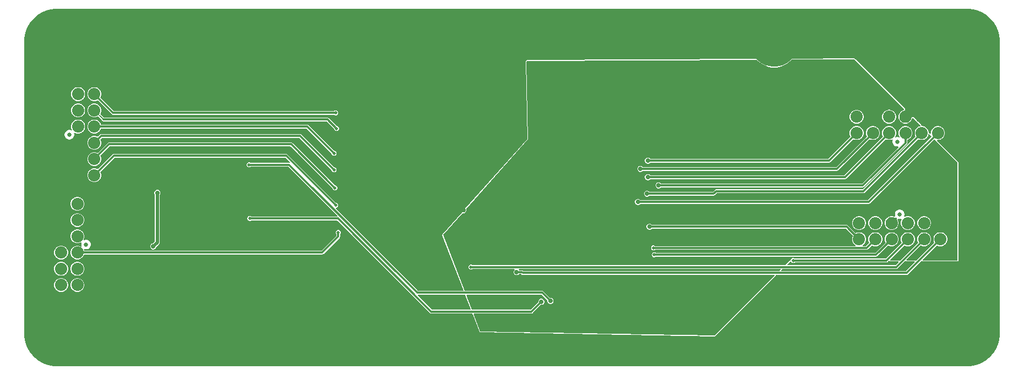
<source format=gbl>
G04*
G04 #@! TF.GenerationSoftware,Altium Limited,Altium Designer,24.0.1 (36)*
G04*
G04 Layer_Physical_Order=4*
G04 Layer_Color=16711680*
%FSLAX44Y44*%
%MOMM*%
G71*
G04*
G04 #@! TF.SameCoordinates,BB923111-6D0E-4387-AAE4-9FFB48530C1F*
G04*
G04*
G04 #@! TF.FilePolarity,Positive*
G04*
G01*
G75*
%ADD11C,0.2000*%
%ADD30C,0.5000*%
%ADD31C,0.3000*%
%ADD33C,7.0000*%
%ADD34C,1.8750*%
%ADD35C,0.6750*%
%ADD36C,8.0000*%
%ADD37C,0.7000*%
%ADD38C,0.5000*%
%ADD39C,0.2000*%
G36*
X1450000Y550000D02*
X1453277D01*
X1459775Y549144D01*
X1466106Y547448D01*
X1472162Y544940D01*
X1477838Y541663D01*
X1483038Y537673D01*
X1487673Y533038D01*
X1491663Y527838D01*
X1494940Y522162D01*
X1497448Y516106D01*
X1499144Y509775D01*
X1500000Y503277D01*
Y500000D01*
X1500000Y500000D01*
X1500000Y500000D01*
X1500000Y50000D01*
Y46723D01*
X1499144Y40224D01*
X1497448Y33893D01*
X1494940Y27838D01*
X1491663Y22162D01*
X1487673Y16962D01*
X1483038Y12327D01*
X1477838Y8337D01*
X1472162Y5060D01*
X1466106Y2552D01*
X1459775Y856D01*
X1453277Y0D01*
X1450000Y0D01*
X50000Y0D01*
X46723D01*
X40224Y856D01*
X33893Y2552D01*
X27838Y5060D01*
X22162Y8337D01*
X16962Y12327D01*
X12327Y16962D01*
X8337Y22162D01*
X5060Y27838D01*
X2552Y33893D01*
X856Y40224D01*
X0Y46723D01*
Y50000D01*
Y500000D01*
Y503277D01*
X856Y509775D01*
X2552Y516106D01*
X5060Y522162D01*
X8337Y527838D01*
X12327Y533038D01*
X16962Y537673D01*
X22162Y541663D01*
X27838Y544940D01*
X33893Y547448D01*
X40224Y549144D01*
X46723Y550000D01*
X50000D01*
X50000Y550000D01*
X1450000Y550000D01*
D02*
G37*
%LPC*%
G36*
X1276350Y473815D02*
X1276347Y473813D01*
X1276343Y473815D01*
X1180142Y473330D01*
X1179660Y473128D01*
X1179177Y472927D01*
X1175793Y469543D01*
X1171349Y466315D01*
X1166455Y463821D01*
X1161231Y462124D01*
X1155806Y461265D01*
X1150314D01*
X1144889Y462124D01*
X1139665Y463821D01*
X1134771Y466315D01*
X1130327Y469543D01*
X1127215Y472656D01*
X1127211Y472657D01*
X1127210Y472661D01*
X1126730Y472856D01*
X1126243Y473059D01*
X1126239Y473057D01*
X1126236Y473058D01*
X773058Y471279D01*
X773053Y471277D01*
X773047Y471279D01*
X772569Y471074D01*
X772088Y470872D01*
X772086Y470866D01*
X772081Y470864D01*
X771194Y469954D01*
X771192Y469949D01*
X771187Y469946D01*
X770997Y469460D01*
X770805Y468977D01*
X770807Y468971D01*
X770805Y468966D01*
X773314Y349760D01*
X678349Y242809D01*
X678273Y242588D01*
X678107Y242422D01*
Y242110D01*
X678005Y241815D01*
X678107Y241604D01*
Y241370D01*
X678395Y240675D01*
Y239324D01*
X677878Y238077D01*
X676923Y237122D01*
X675675Y236605D01*
X674324D01*
X674144Y236679D01*
X673831D01*
X673536Y236782D01*
X673325Y236679D01*
X673091D01*
X672871Y236459D01*
X672590Y236322D01*
X642862Y202843D01*
X642791Y202638D01*
X642634Y202488D01*
X642625Y202159D01*
X642518Y201849D01*
X642613Y201653D01*
X642607Y201437D01*
X675121Y116901D01*
X674402Y115854D01*
X605331D01*
X478575Y242610D01*
X479101Y243880D01*
X479540D01*
X480925Y244454D01*
X481986Y245515D01*
X482560Y246900D01*
Y248400D01*
X481986Y249785D01*
X480925Y250846D01*
X479540Y251420D01*
X479014D01*
X404587Y325847D01*
X403671Y326459D01*
X402590Y326674D01*
X402590Y326674D01*
X137630D01*
X136549Y326459D01*
X135633Y325847D01*
X135633Y325847D01*
X112810Y303025D01*
X111659Y303689D01*
X108951Y304415D01*
X106149D01*
X103441Y303689D01*
X101014Y302288D01*
X99032Y300306D01*
X97631Y297879D01*
X96905Y295171D01*
Y292369D01*
X97631Y289661D01*
X99032Y287234D01*
X101014Y285252D01*
X103441Y283850D01*
X106149Y283125D01*
X108951D01*
X111659Y283850D01*
X114086Y285252D01*
X116068Y287234D01*
X117470Y289661D01*
X118195Y292369D01*
Y295171D01*
X117470Y297879D01*
X116805Y299030D01*
X138800Y321026D01*
X401420D01*
X408852Y313594D01*
X408845Y313578D01*
X408103Y312547D01*
X407311Y312704D01*
X407311Y312704D01*
X347947D01*
X347575Y313076D01*
X346190Y313650D01*
X344690D01*
X343304Y313076D01*
X342244Y312015D01*
X341670Y310630D01*
Y309130D01*
X342244Y307745D01*
X343304Y306684D01*
X344690Y306110D01*
X346190D01*
X347575Y306684D01*
X347947Y307056D01*
X406141D01*
X481773Y231424D01*
X481247Y230154D01*
X349217D01*
X348845Y230526D01*
X347460Y231100D01*
X345960D01*
X344575Y230526D01*
X343514Y229466D01*
X342940Y228080D01*
Y226580D01*
X343514Y225194D01*
X344575Y224134D01*
X345960Y223560D01*
X347460D01*
X348845Y224134D01*
X349217Y224506D01*
X480857D01*
X623539Y81823D01*
X623539Y81823D01*
X624455Y81211D01*
X625536Y80996D01*
X625536Y80996D01*
X688434D01*
X688514Y80969D01*
X688969Y80583D01*
X689460Y79726D01*
X689454Y79698D01*
X689526Y79587D01*
X689523Y79455D01*
X699757Y52846D01*
X699949Y52645D01*
X700051Y52385D01*
X700297Y52278D01*
X700482Y52084D01*
X700760Y52077D01*
X701016Y51966D01*
X1061696Y45616D01*
X1061708Y45620D01*
X1061720Y45615D01*
X1062195Y45812D01*
X1062675Y46001D01*
X1062680Y46013D01*
X1062692Y46018D01*
X1155053Y138379D01*
X1155157Y138631D01*
X1155351Y138825D01*
Y139098D01*
X1155455Y139351D01*
X1155830Y140044D01*
X1156353Y140524D01*
X1356768D01*
X1356768Y140524D01*
X1357849Y140739D01*
X1358766Y141351D01*
X1379197Y161783D01*
X1379907Y161813D01*
X1380661Y161588D01*
X1380914Y161483D01*
X1381107Y161290D01*
X1381381D01*
X1381633Y161185D01*
X1435100D01*
X1436072Y161588D01*
X1436475Y162560D01*
Y313690D01*
X1436475Y313690D01*
X1436072Y314662D01*
X1436072Y314662D01*
X1403809Y346925D01*
X1404335Y348195D01*
X1406291D01*
X1408999Y348921D01*
X1411426Y350322D01*
X1413408Y352304D01*
X1414810Y354731D01*
X1415535Y357439D01*
Y360241D01*
X1414810Y362949D01*
X1413408Y365376D01*
X1411426Y367358D01*
X1408999Y368759D01*
X1406291Y369485D01*
X1403489D01*
X1400781Y368759D01*
X1398354Y367358D01*
X1396372Y365376D01*
X1394971Y362949D01*
X1394245Y360241D01*
Y358285D01*
X1392975Y357759D01*
X1392717Y358018D01*
X1392545Y358089D01*
X1392432Y358236D01*
X1392076Y358283D01*
X1391745Y358420D01*
X1390720Y358886D01*
X1390535Y359028D01*
Y360241D01*
X1389810Y362949D01*
X1388408Y365376D01*
X1386426Y367358D01*
X1383999Y368759D01*
X1381291Y369485D01*
X1380078D01*
X1379936Y369670D01*
X1379470Y370695D01*
X1379333Y371026D01*
X1379286Y371382D01*
X1379139Y371495D01*
X1379068Y371666D01*
X1374596Y376138D01*
X1374425Y376209D01*
X1374312Y376356D01*
X1374198Y376422D01*
X1372472Y378148D01*
X1372406Y378261D01*
X1372259Y378375D01*
X1372188Y378546D01*
X1367717Y383018D01*
X1367545Y383089D01*
X1367432Y383236D01*
X1367076Y383283D01*
X1366745Y383420D01*
X1366573Y383349D01*
X1366389Y383373D01*
X1364972Y382994D01*
X1364825Y382881D01*
X1364641Y382856D01*
X1364422Y382572D01*
X1364138Y382353D01*
X1364113Y382169D01*
X1364000Y382022D01*
X1363529Y380262D01*
X1362308Y378148D01*
X1360582Y376422D01*
X1358468Y375201D01*
X1356110Y374570D01*
X1353669D01*
X1351312Y375201D01*
X1349198Y376422D01*
X1347472Y378148D01*
X1346252Y380262D01*
X1345620Y382620D01*
Y385061D01*
X1346252Y387418D01*
X1347472Y389532D01*
X1349198Y391258D01*
X1351312Y392479D01*
X1353072Y392950D01*
X1353219Y393063D01*
X1353403Y393088D01*
X1353622Y393372D01*
X1353907Y393591D01*
X1353931Y393775D01*
X1354044Y393922D01*
X1354423Y395339D01*
X1354399Y395523D01*
X1354470Y395695D01*
X1354333Y396026D01*
X1354286Y396382D01*
X1354139Y396495D01*
X1354068Y396666D01*
X1277322Y473412D01*
X1277319Y473414D01*
X1277317Y473417D01*
X1276837Y473613D01*
X1276350Y473815D01*
D02*
G37*
G36*
X83951Y429415D02*
X81149D01*
X78441Y428689D01*
X76014Y427288D01*
X74032Y425306D01*
X72631Y422879D01*
X71905Y420171D01*
Y417369D01*
X72631Y414661D01*
X74032Y412234D01*
X76014Y410252D01*
X78441Y408851D01*
X81149Y408125D01*
X83951D01*
X86659Y408851D01*
X89086Y410252D01*
X91068Y412234D01*
X92470Y414661D01*
X93195Y417369D01*
Y420171D01*
X92470Y422879D01*
X91068Y425306D01*
X89086Y427288D01*
X86659Y428689D01*
X83951Y429415D01*
D02*
G37*
G36*
X108951D02*
X106149D01*
X103441Y428689D01*
X101014Y427288D01*
X99032Y425306D01*
X97631Y422879D01*
X96905Y420171D01*
Y417369D01*
X97631Y414661D01*
X99032Y412234D01*
X101014Y410252D01*
X103441Y408851D01*
X106149Y408125D01*
X108951D01*
X111659Y408851D01*
X112810Y409515D01*
X134433Y387893D01*
X135349Y387281D01*
X136430Y387066D01*
X476283D01*
X476655Y386694D01*
X478040Y386120D01*
X479540D01*
X480925Y386694D01*
X481986Y387755D01*
X482560Y389140D01*
Y390640D01*
X481986Y392025D01*
X480925Y393086D01*
X479540Y393660D01*
X478040D01*
X476655Y393086D01*
X476283Y392714D01*
X137600D01*
X116805Y413509D01*
X117470Y414661D01*
X118195Y417369D01*
Y420171D01*
X117470Y422879D01*
X116068Y425306D01*
X114086Y427288D01*
X111659Y428689D01*
X108951Y429415D01*
D02*
G37*
G36*
X83951Y404415D02*
X81149D01*
X78441Y403689D01*
X76014Y402288D01*
X74032Y400306D01*
X72631Y397879D01*
X71905Y395171D01*
Y392369D01*
X72631Y389661D01*
X74032Y387234D01*
X76014Y385252D01*
X78441Y383851D01*
X81149Y383125D01*
X83951D01*
X86659Y383851D01*
X89086Y385252D01*
X91068Y387234D01*
X92470Y389661D01*
X93195Y392369D01*
Y395171D01*
X92470Y397879D01*
X91068Y400306D01*
X89086Y402288D01*
X86659Y403689D01*
X83951Y404415D01*
D02*
G37*
G36*
Y379415D02*
X81149D01*
X78441Y378689D01*
X76014Y377288D01*
X74032Y375306D01*
X72631Y372879D01*
X71905Y370171D01*
Y367369D01*
X72631Y364661D01*
X73098Y363852D01*
X72168Y362922D01*
X71956Y363045D01*
X70107Y363540D01*
X68193D01*
X66344Y363045D01*
X64686Y362087D01*
X63333Y360734D01*
X62375Y359076D01*
X61880Y357227D01*
Y355313D01*
X62375Y353464D01*
X63333Y351806D01*
X64686Y350453D01*
X66344Y349495D01*
X68193Y349000D01*
X70107D01*
X71956Y349495D01*
X73614Y350453D01*
X74967Y351806D01*
X75925Y353464D01*
X76420Y355313D01*
Y357227D01*
X76000Y358793D01*
X76599Y359435D01*
X77031Y359665D01*
X78441Y358851D01*
X81149Y358125D01*
X83951D01*
X86659Y358851D01*
X89086Y360252D01*
X91068Y362234D01*
X92470Y364661D01*
X93195Y367369D01*
Y370171D01*
X92470Y372879D01*
X91068Y375306D01*
X89086Y377288D01*
X86659Y378689D01*
X83951Y379415D01*
D02*
G37*
G36*
X108951Y404415D02*
X106149D01*
X103441Y403689D01*
X101014Y402288D01*
X99032Y400306D01*
X97631Y397879D01*
X96905Y395171D01*
Y392369D01*
X97631Y389661D01*
X99032Y387234D01*
X101014Y385252D01*
X103441Y383851D01*
X106149Y383125D01*
X108951D01*
X111659Y383851D01*
X113268Y384779D01*
X118877Y379170D01*
X118981Y378649D01*
X119593Y377733D01*
X120509Y377121D01*
X121590Y376906D01*
X464920D01*
X476290Y365536D01*
Y365010D01*
X476864Y363624D01*
X477924Y362564D01*
X479310Y361990D01*
X480810D01*
X482196Y362564D01*
X483256Y363624D01*
X483830Y365010D01*
Y366510D01*
X483256Y367896D01*
X482196Y368956D01*
X480810Y369530D01*
X480284D01*
X468087Y381727D01*
X467171Y382339D01*
X466090Y382554D01*
X466090Y382554D01*
X122039D01*
X116541Y388052D01*
X117470Y389661D01*
X118195Y392369D01*
Y395171D01*
X117470Y397879D01*
X116068Y400306D01*
X114086Y402288D01*
X111659Y403689D01*
X108951Y404415D01*
D02*
G37*
G36*
X424180Y357154D02*
X424180Y357154D01*
X118110D01*
X117029Y356939D01*
X116113Y356327D01*
X116113Y356327D01*
X112810Y353025D01*
X111659Y353689D01*
X108951Y354415D01*
X106149D01*
X103441Y353689D01*
X101014Y352288D01*
X99032Y350306D01*
X97631Y347879D01*
X96905Y345171D01*
Y342369D01*
X97631Y339661D01*
X99032Y337234D01*
X101014Y335252D01*
X103441Y333851D01*
X106149Y333125D01*
X108951D01*
X111659Y333851D01*
X114086Y335252D01*
X116068Y337234D01*
X117470Y339661D01*
X118195Y342369D01*
Y345171D01*
X117470Y347879D01*
X116805Y349030D01*
X119280Y351506D01*
X423010D01*
X472480Y302036D01*
Y301510D01*
X473054Y300124D01*
X474114Y299064D01*
X475500Y298490D01*
X477000D01*
X478386Y299064D01*
X479446Y300124D01*
X480020Y301510D01*
Y303010D01*
X479446Y304396D01*
X478386Y305456D01*
X477000Y306030D01*
X476474D01*
X426177Y356327D01*
X425261Y356939D01*
X424180Y357154D01*
D02*
G37*
G36*
X108951Y379415D02*
X106149D01*
X103441Y378689D01*
X101014Y377288D01*
X99032Y375306D01*
X97631Y372879D01*
X96905Y370171D01*
Y367369D01*
X97631Y364661D01*
X99032Y362234D01*
X101014Y360252D01*
X103441Y358851D01*
X106149Y358125D01*
X108951D01*
X111659Y358851D01*
X114086Y360252D01*
X116068Y362234D01*
X117470Y364661D01*
X117814Y365946D01*
X433970D01*
X472480Y327436D01*
Y326910D01*
X473054Y325524D01*
X474114Y324464D01*
X475500Y323890D01*
X477000D01*
X478386Y324464D01*
X479446Y325524D01*
X480020Y326910D01*
Y328410D01*
X479446Y329795D01*
X478386Y330856D01*
X477000Y331430D01*
X476474D01*
X437137Y370767D01*
X436221Y371379D01*
X435140Y371594D01*
X435140Y371594D01*
X117814D01*
X117470Y372879D01*
X116068Y375306D01*
X114086Y377288D01*
X111659Y378689D01*
X108951Y379415D01*
D02*
G37*
G36*
X410210Y344454D02*
X410210Y344454D01*
X130410D01*
X129329Y344239D01*
X128413Y343627D01*
X128413Y343627D01*
X112810Y328025D01*
X111659Y328689D01*
X108951Y329415D01*
X106149D01*
X103441Y328689D01*
X101014Y327288D01*
X99032Y325306D01*
X97631Y322879D01*
X96905Y320171D01*
Y317369D01*
X97631Y314661D01*
X99032Y312234D01*
X101014Y310252D01*
X103441Y308850D01*
X106149Y308125D01*
X108951D01*
X111659Y308850D01*
X114086Y310252D01*
X116068Y312234D01*
X117470Y314661D01*
X118195Y317369D01*
Y320171D01*
X117470Y322879D01*
X116805Y324030D01*
X131580Y338806D01*
X409040D01*
X473750Y274096D01*
Y273570D01*
X474324Y272185D01*
X475384Y271124D01*
X476770Y270550D01*
X478270D01*
X479655Y271124D01*
X480716Y272185D01*
X481290Y273570D01*
Y275070D01*
X480716Y276455D01*
X479655Y277516D01*
X478270Y278090D01*
X477744D01*
X412207Y343627D01*
X411291Y344239D01*
X410210Y344454D01*
D02*
G37*
G36*
X82901Y260435D02*
X80098D01*
X77391Y259709D01*
X74964Y258308D01*
X72982Y256326D01*
X71581Y253899D01*
X70855Y251191D01*
Y248389D01*
X71581Y245681D01*
X72982Y243254D01*
X74964Y241272D01*
X77391Y239870D01*
X80098Y239145D01*
X82901D01*
X85609Y239870D01*
X88036Y241272D01*
X90018Y243254D01*
X91419Y245681D01*
X92145Y248389D01*
Y251191D01*
X91419Y253899D01*
X90018Y256326D01*
X88036Y258308D01*
X85609Y259709D01*
X82901Y260435D01*
D02*
G37*
G36*
Y235435D02*
X80098D01*
X77391Y234709D01*
X74964Y233308D01*
X72982Y231326D01*
X71581Y228899D01*
X70855Y226191D01*
Y223389D01*
X71581Y220681D01*
X72982Y218254D01*
X74964Y216272D01*
X77391Y214870D01*
X80098Y214145D01*
X82901D01*
X85609Y214870D01*
X88036Y216272D01*
X90018Y218254D01*
X91419Y220681D01*
X92145Y223389D01*
Y226191D01*
X91419Y228899D01*
X90018Y231326D01*
X88036Y233308D01*
X85609Y234709D01*
X82901Y235435D01*
D02*
G37*
G36*
Y210435D02*
X80098D01*
X77391Y209709D01*
X74964Y208308D01*
X72982Y206326D01*
X71581Y203899D01*
X70855Y201191D01*
Y198389D01*
X71581Y195681D01*
X72982Y193254D01*
X74964Y191272D01*
X77391Y189870D01*
X80098Y189145D01*
X82901D01*
X85609Y189870D01*
X87020Y190685D01*
X87451Y190455D01*
X88050Y189813D01*
X87630Y188247D01*
Y186333D01*
X88050Y184767D01*
X87451Y184125D01*
X87020Y183895D01*
X85609Y184709D01*
X82901Y185435D01*
X80098D01*
X77391Y184709D01*
X74964Y183308D01*
X72982Y181326D01*
X71581Y178899D01*
X70855Y176191D01*
Y173389D01*
X71581Y170681D01*
X72982Y168254D01*
X74964Y166272D01*
X77391Y164870D01*
X80098Y164145D01*
X82901D01*
X85609Y164870D01*
X88036Y166272D01*
X90018Y168254D01*
X91419Y170681D01*
X91764Y171966D01*
X458000D01*
X458000Y171966D01*
X459081Y172181D01*
X459997Y172793D01*
X484597Y197393D01*
X484597Y197393D01*
X485209Y198309D01*
X485424Y199390D01*
Y203233D01*
X485796Y203605D01*
X486370Y204990D01*
Y206490D01*
X485796Y207875D01*
X484735Y208936D01*
X483350Y209510D01*
X481850D01*
X480465Y208936D01*
X479404Y207875D01*
X478830Y206490D01*
Y204990D01*
X479404Y203605D01*
X479776Y203233D01*
Y200560D01*
X456830Y177614D01*
X91764D01*
X91419Y178899D01*
X91159Y179351D01*
X91849Y180499D01*
X92036Y180549D01*
X92094Y180515D01*
X93943Y180020D01*
X95857D01*
X97706Y180515D01*
X99364Y181473D01*
X100717Y182826D01*
X101674Y184484D01*
X102170Y186333D01*
Y188247D01*
X101674Y190096D01*
X100717Y191754D01*
X99364Y193107D01*
X97706Y194065D01*
X95857Y194560D01*
X93943D01*
X92094Y194065D01*
X91882Y193942D01*
X90952Y194872D01*
X91419Y195681D01*
X92145Y198389D01*
Y201191D01*
X91419Y203899D01*
X90018Y206326D01*
X88036Y208308D01*
X85609Y209709D01*
X82901Y210435D01*
D02*
G37*
G36*
X205419Y271470D02*
X203521D01*
X201768Y270744D01*
X200426Y269402D01*
X199700Y267649D01*
Y265751D01*
X200426Y263998D01*
X200626Y263798D01*
Y192092D01*
X197454Y188920D01*
X197171D01*
X195418Y188194D01*
X194076Y186852D01*
X193350Y185099D01*
Y183201D01*
X194076Y181448D01*
X195418Y180106D01*
X197171Y179380D01*
X199069D01*
X200822Y180106D01*
X202164Y181448D01*
X202890Y183201D01*
Y183484D01*
X207188Y187782D01*
X207188Y187782D01*
X208021Y189029D01*
X208314Y190500D01*
Y263798D01*
X208514Y263998D01*
X209240Y265751D01*
Y267649D01*
X208514Y269402D01*
X207172Y270744D01*
X205419Y271470D01*
D02*
G37*
G36*
X57901Y185435D02*
X55099D01*
X52391Y184709D01*
X49964Y183308D01*
X47982Y181326D01*
X46581Y178899D01*
X45855Y176191D01*
Y173389D01*
X46581Y170681D01*
X47982Y168254D01*
X49964Y166272D01*
X52391Y164870D01*
X55099Y164145D01*
X57901D01*
X60609Y164870D01*
X63036Y166272D01*
X65018Y168254D01*
X66420Y170681D01*
X67145Y173389D01*
Y176191D01*
X66420Y178899D01*
X65018Y181326D01*
X63036Y183308D01*
X60609Y184709D01*
X57901Y185435D01*
D02*
G37*
G36*
X82901Y160435D02*
X80098D01*
X77391Y159710D01*
X74964Y158308D01*
X72982Y156326D01*
X71581Y153899D01*
X70855Y151191D01*
Y148389D01*
X71581Y145681D01*
X72982Y143254D01*
X74964Y141272D01*
X77391Y139871D01*
X80098Y139145D01*
X82901D01*
X85609Y139871D01*
X88036Y141272D01*
X90018Y143254D01*
X91419Y145681D01*
X92145Y148389D01*
Y151191D01*
X91419Y153899D01*
X90018Y156326D01*
X88036Y158308D01*
X85609Y159710D01*
X82901Y160435D01*
D02*
G37*
G36*
X57901D02*
X55099D01*
X52391Y159710D01*
X49964Y158308D01*
X47982Y156326D01*
X46581Y153899D01*
X45855Y151191D01*
Y148389D01*
X46581Y145681D01*
X47982Y143254D01*
X49964Y141272D01*
X52391Y139871D01*
X55099Y139145D01*
X57901D01*
X60609Y139871D01*
X63036Y141272D01*
X65018Y143254D01*
X66420Y145681D01*
X67145Y148389D01*
Y151191D01*
X66420Y153899D01*
X65018Y156326D01*
X63036Y158308D01*
X60609Y159710D01*
X57901Y160435D01*
D02*
G37*
G36*
X82901Y135435D02*
X80098D01*
X77391Y134710D01*
X74964Y133308D01*
X72982Y131326D01*
X71581Y128899D01*
X70855Y126191D01*
Y123389D01*
X71581Y120681D01*
X72982Y118254D01*
X74964Y116272D01*
X77391Y114871D01*
X80098Y114145D01*
X82901D01*
X85609Y114871D01*
X88036Y116272D01*
X90018Y118254D01*
X91419Y120681D01*
X92145Y123389D01*
Y126191D01*
X91419Y128899D01*
X90018Y131326D01*
X88036Y133308D01*
X85609Y134710D01*
X82901Y135435D01*
D02*
G37*
G36*
X57901D02*
X55099D01*
X52391Y134710D01*
X49964Y133308D01*
X47982Y131326D01*
X46581Y128899D01*
X45855Y126191D01*
Y123389D01*
X46581Y120681D01*
X47982Y118254D01*
X49964Y116272D01*
X52391Y114871D01*
X55099Y114145D01*
X57901D01*
X60609Y114871D01*
X63036Y116272D01*
X65018Y118254D01*
X66420Y120681D01*
X67145Y123389D01*
Y126191D01*
X66420Y128899D01*
X65018Y131326D01*
X63036Y133308D01*
X60609Y134710D01*
X57901Y135435D01*
D02*
G37*
%LPD*%
G36*
X1353096Y395695D02*
X1352716Y394278D01*
X1350781Y393759D01*
X1348354Y392358D01*
X1346372Y390376D01*
X1344971Y387949D01*
X1344245Y385241D01*
Y382439D01*
X1344971Y379731D01*
X1346372Y377304D01*
X1348354Y375322D01*
X1350781Y373921D01*
X1353489Y373195D01*
X1356291D01*
X1358999Y373921D01*
X1361426Y375322D01*
X1363408Y377304D01*
X1364810Y379731D01*
X1365328Y381666D01*
X1366745Y382046D01*
X1371216Y377574D01*
X1371372Y377304D01*
X1373354Y375322D01*
X1373624Y375166D01*
X1378096Y370695D01*
X1377716Y369278D01*
X1375781Y368759D01*
X1373354Y367358D01*
X1371372Y365376D01*
X1369971Y362949D01*
X1369245Y360241D01*
Y357439D01*
X1369971Y354731D01*
X1370635Y353579D01*
X1289310Y272254D01*
X1064091D01*
X1064091Y272254D01*
X1063010Y272039D01*
X1062094Y271427D01*
X1062094Y271427D01*
X1058891Y268224D01*
X961501D01*
X960282Y269444D01*
X958529Y270170D01*
X956631D01*
X954878Y269444D01*
X953536Y268102D01*
X952810Y266349D01*
Y264451D01*
X953536Y262698D01*
X954878Y261356D01*
X956631Y260630D01*
X958529D01*
X960282Y261356D01*
X961501Y262576D01*
X1060061D01*
X1060061Y262576D01*
X1061142Y262791D01*
X1062058Y263403D01*
X1065261Y266606D01*
X1290480D01*
X1290480Y266606D01*
X1291561Y266821D01*
X1292477Y267433D01*
X1374630Y349585D01*
X1375781Y348921D01*
X1378489Y348195D01*
X1381291D01*
X1383999Y348921D01*
X1386426Y350322D01*
X1388408Y352304D01*
X1389810Y354731D01*
X1390328Y356666D01*
X1391745Y357046D01*
X1395423Y353367D01*
X1297580Y255524D01*
X947532D01*
X946312Y256744D01*
X944559Y257470D01*
X942661D01*
X940908Y256744D01*
X939566Y255402D01*
X938840Y253649D01*
Y251751D01*
X939566Y249998D01*
X940908Y248656D01*
X942661Y247930D01*
X944559D01*
X946312Y248656D01*
X947532Y249876D01*
X1298750D01*
X1298750Y249876D01*
X1299831Y250091D01*
X1300747Y250703D01*
X1399417Y349373D01*
X1435100Y313690D01*
Y162560D01*
X1381633D01*
X1381147Y163733D01*
X1403439Y186025D01*
X1404591Y185361D01*
X1407299Y184635D01*
X1410101D01*
X1412809Y185361D01*
X1415236Y186762D01*
X1417218Y188744D01*
X1418620Y191171D01*
X1419345Y193879D01*
Y196681D01*
X1418620Y199389D01*
X1417218Y201816D01*
X1415236Y203798D01*
X1412809Y205200D01*
X1410101Y205925D01*
X1407299D01*
X1404591Y205200D01*
X1402164Y203798D01*
X1400182Y201816D01*
X1398781Y199389D01*
X1398055Y196681D01*
Y193879D01*
X1398781Y191171D01*
X1399445Y190019D01*
X1371986Y162560D01*
X1356633D01*
X1356147Y163733D01*
X1378439Y186025D01*
X1379591Y185361D01*
X1382299Y184635D01*
X1385101D01*
X1387809Y185361D01*
X1390236Y186762D01*
X1392218Y188744D01*
X1393620Y191171D01*
X1394345Y193879D01*
Y196681D01*
X1393620Y199389D01*
X1392218Y201816D01*
X1390236Y203798D01*
X1387809Y205200D01*
X1385101Y205925D01*
X1382299D01*
X1379591Y205200D01*
X1377164Y203798D01*
X1375182Y201816D01*
X1373781Y199389D01*
X1373055Y196681D01*
Y193879D01*
X1373781Y191171D01*
X1374445Y190019D01*
X1346986Y162560D01*
X1331633D01*
X1331147Y163733D01*
X1353439Y186025D01*
X1354591Y185361D01*
X1357299Y184635D01*
X1360101D01*
X1362809Y185361D01*
X1365236Y186762D01*
X1367218Y188744D01*
X1368620Y191171D01*
X1369345Y193879D01*
Y196681D01*
X1368620Y199389D01*
X1367218Y201816D01*
X1365236Y203798D01*
X1362809Y205200D01*
X1360101Y205925D01*
X1357299D01*
X1354591Y205200D01*
X1352164Y203798D01*
X1350182Y201816D01*
X1348781Y199389D01*
X1348055Y196681D01*
Y193879D01*
X1348781Y191171D01*
X1349445Y190019D01*
X1324810Y165384D01*
X1184877D01*
X1184505Y165756D01*
X1183120Y166330D01*
X1181620D01*
X1180235Y165756D01*
X1179174Y164695D01*
X1178600Y163310D01*
Y162560D01*
X1177290D01*
X1169954Y155224D01*
X689271D01*
X688900Y155596D01*
X687514Y156170D01*
X686014D01*
X684628Y155596D01*
X683568Y154536D01*
X682994Y153150D01*
Y151650D01*
X683568Y150265D01*
X684628Y149204D01*
X686014Y148630D01*
X687514D01*
X688900Y149204D01*
X689271Y149576D01*
X753282D01*
X753808Y148306D01*
X752905Y147402D01*
X752178Y145649D01*
Y143751D01*
X752905Y141998D01*
X754246Y140656D01*
X756000Y139930D01*
X757897D01*
X759650Y140656D01*
X760870Y141876D01*
X763927D01*
X764451Y141351D01*
X765368Y140739D01*
X766449Y140524D01*
X1153595D01*
X1154081Y139351D01*
X1061720Y46990D01*
X701040Y53340D01*
X690806Y79949D01*
X691525Y80996D01*
X779780D01*
X779780Y80996D01*
X780861Y81211D01*
X781777Y81823D01*
X794244Y94290D01*
X795969D01*
X797722Y95016D01*
X799064Y96358D01*
X799790Y98111D01*
Y100009D01*
X799064Y101762D01*
X797722Y103104D01*
X795969Y103830D01*
X794071D01*
X792318Y103104D01*
X790976Y101762D01*
X790250Y100009D01*
Y98284D01*
X778610Y86644D01*
X688231D01*
X679571Y109159D01*
X680290Y110206D01*
X795120D01*
X804220Y101106D01*
Y99381D01*
X804946Y97628D01*
X806288Y96286D01*
X808041Y95560D01*
X809939D01*
X811692Y96286D01*
X813034Y97628D01*
X813760Y99381D01*
Y101279D01*
X813034Y103032D01*
X811692Y104374D01*
X809939Y105100D01*
X808214D01*
X798287Y115027D01*
X797371Y115639D01*
X796290Y115854D01*
X796290Y115854D01*
X676996D01*
X643890Y201930D01*
X673617Y235410D01*
X674051Y235230D01*
X675949D01*
X677702Y235956D01*
X679044Y237298D01*
X679770Y239051D01*
Y240949D01*
X679377Y241896D01*
X774700Y349250D01*
X772179Y468995D01*
X773065Y469905D01*
X1126243Y471684D01*
X1129432Y468495D01*
X1134050Y465139D01*
X1139137Y462547D01*
X1144567Y460783D01*
X1150206Y459890D01*
X1155915D01*
X1161553Y460783D01*
X1166983Y462547D01*
X1172070Y465139D01*
X1176688Y468495D01*
X1180149Y471955D01*
X1276350Y472440D01*
X1353096Y395695D01*
D02*
G37*
G36*
X1330661Y161588D02*
X1330914Y161483D01*
X1331107Y161290D01*
X1331381D01*
X1331633Y161185D01*
X1343952D01*
X1344438Y160012D01*
X1339650Y155224D01*
X1173558D01*
X1173072Y156398D01*
X1177648Y160973D01*
X1178994Y160859D01*
X1179174Y160424D01*
X1180235Y159364D01*
X1181620Y158790D01*
X1183120D01*
X1184505Y159364D01*
X1184877Y159736D01*
X1325980D01*
X1325980Y159736D01*
X1327061Y159951D01*
X1327977Y160563D01*
X1329384Y161969D01*
X1330661Y161588D01*
D02*
G37*
G36*
X1355661D02*
X1355914Y161483D01*
X1356107Y161290D01*
X1356381D01*
X1356633Y161185D01*
X1368952D01*
X1369438Y160012D01*
X1355599Y146173D01*
X1164506D01*
X1164020Y147346D01*
X1164104Y147430D01*
X1164209Y147683D01*
X1164402Y147876D01*
Y148150D01*
X1164507Y148402D01*
X1164882Y149095D01*
X1165404Y149576D01*
X1340820D01*
X1340820Y149576D01*
X1341901Y149791D01*
X1342817Y150403D01*
X1354197Y161783D01*
X1354907Y161813D01*
X1355661Y161588D01*
D02*
G37*
G36*
X1163132Y148402D02*
X1160903Y146173D01*
X767618D01*
X767094Y146697D01*
X766178Y147309D01*
X765097Y147524D01*
X765097Y147524D01*
X760966D01*
X760190Y148482D01*
X760657Y149576D01*
X1162646D01*
X1163132Y148402D01*
D02*
G37*
G36*
X677279Y110180D02*
X677735Y109792D01*
X678225Y108936D01*
X678220Y108908D01*
X678292Y108797D01*
X678288Y108665D01*
X686355Y87691D01*
X685636Y86644D01*
X626706D01*
X604415Y108936D01*
X604941Y110206D01*
X677199D01*
X677279Y110180D01*
D02*
G37*
%LPC*%
G36*
X1329890Y395004D02*
X1328419Y394711D01*
X1327807Y394302D01*
X1325781Y393759D01*
X1323354Y392358D01*
X1321372Y390376D01*
X1319971Y387949D01*
X1319245Y385241D01*
Y382439D01*
X1319971Y379731D01*
X1321372Y377304D01*
X1323354Y375322D01*
X1325781Y373921D01*
X1328489Y373195D01*
X1331291D01*
X1333999Y373921D01*
X1336426Y375322D01*
X1338408Y377304D01*
X1339810Y379731D01*
X1340535Y382439D01*
Y385241D01*
X1339810Y387949D01*
X1338408Y390376D01*
X1336426Y392358D01*
X1333999Y393759D01*
X1331973Y394302D01*
X1331361Y394711D01*
X1329890Y395004D01*
D02*
G37*
G36*
X1281291Y394485D02*
X1278489D01*
X1275781Y393759D01*
X1273354Y392358D01*
X1271372Y390376D01*
X1269970Y387949D01*
X1269245Y385241D01*
Y382439D01*
X1269970Y379731D01*
X1271372Y377304D01*
X1273354Y375322D01*
X1275781Y373921D01*
X1278489Y373195D01*
X1281291D01*
X1283999Y373921D01*
X1286426Y375322D01*
X1288408Y377304D01*
X1289810Y379731D01*
X1290535Y382439D01*
Y385241D01*
X1289810Y387949D01*
X1288408Y390376D01*
X1286426Y392358D01*
X1283999Y393759D01*
X1281291Y394485D01*
D02*
G37*
G36*
X1356291Y369485D02*
X1353489D01*
X1350781Y368759D01*
X1348354Y367358D01*
X1346372Y365376D01*
X1344971Y362949D01*
X1344245Y360241D01*
Y357439D01*
X1344971Y354731D01*
X1345785Y353321D01*
X1345555Y352888D01*
X1344913Y352290D01*
X1343347Y352710D01*
X1341433D01*
X1339867Y352290D01*
X1339225Y352888D01*
X1338995Y353321D01*
X1339810Y354731D01*
X1340535Y357439D01*
Y360241D01*
X1339810Y362949D01*
X1338408Y365376D01*
X1336426Y367358D01*
X1333999Y368759D01*
X1331291Y369485D01*
X1328489D01*
X1325781Y368759D01*
X1323354Y367358D01*
X1321372Y365376D01*
X1319971Y362949D01*
X1319245Y360241D01*
Y357439D01*
X1319971Y354731D01*
X1320635Y353579D01*
X1260680Y293624D01*
X962802D01*
X961552Y294874D01*
X959799Y295600D01*
X957901D01*
X956148Y294874D01*
X954806Y293532D01*
X954080Y291779D01*
Y289881D01*
X954806Y288128D01*
X956148Y286786D01*
X957901Y286060D01*
X959799D01*
X961552Y286786D01*
X962741Y287976D01*
X1261850D01*
X1261850Y287976D01*
X1262931Y288191D01*
X1263847Y288803D01*
X1324630Y349585D01*
X1325781Y348921D01*
X1328489Y348195D01*
X1331291D01*
X1333999Y348921D01*
X1334808Y349388D01*
X1335738Y348458D01*
X1335615Y348246D01*
X1335120Y346397D01*
Y344483D01*
X1335615Y342634D01*
X1336573Y340976D01*
X1337926Y339623D01*
X1339584Y338665D01*
X1341433Y338170D01*
X1343347D01*
X1343595Y338236D01*
X1344252Y337098D01*
X1288109Y280954D01*
X979281D01*
X978062Y282174D01*
X976309Y282900D01*
X974411D01*
X972658Y282174D01*
X971316Y280832D01*
X970590Y279079D01*
Y277181D01*
X971316Y275428D01*
X972658Y274086D01*
X974411Y273360D01*
X976309D01*
X978062Y274086D01*
X979281Y275306D01*
X1289098D01*
X1289249Y275276D01*
X1290329Y275491D01*
X1291246Y276103D01*
X1356887Y341744D01*
X1356887Y341744D01*
X1357499Y342660D01*
X1357714Y343741D01*
Y348576D01*
X1358999Y348921D01*
X1361426Y350322D01*
X1363408Y352304D01*
X1364810Y354731D01*
X1365535Y357439D01*
Y360241D01*
X1364810Y362949D01*
X1363408Y365376D01*
X1361426Y367358D01*
X1358999Y368759D01*
X1356291Y369485D01*
D02*
G37*
G36*
X1306291D02*
X1303489D01*
X1300781Y368759D01*
X1298354Y367358D01*
X1296372Y365376D01*
X1294971Y362949D01*
X1294245Y360241D01*
Y357439D01*
X1294971Y354731D01*
X1295635Y353579D01*
X1248380Y306324D01*
X951372D01*
X950122Y307574D01*
X948369Y308300D01*
X946471D01*
X944718Y307574D01*
X943376Y306232D01*
X942650Y304479D01*
Y302581D01*
X943376Y300828D01*
X944718Y299486D01*
X946471Y298760D01*
X948369D01*
X950122Y299486D01*
X951311Y300676D01*
X1249550D01*
X1249550Y300676D01*
X1250631Y300891D01*
X1251547Y301503D01*
X1299630Y349585D01*
X1300781Y348921D01*
X1303489Y348195D01*
X1306291D01*
X1308999Y348921D01*
X1311426Y350322D01*
X1313408Y352304D01*
X1314810Y354731D01*
X1315535Y357439D01*
Y360241D01*
X1314810Y362949D01*
X1313408Y365376D01*
X1311426Y367358D01*
X1308999Y368759D01*
X1306291Y369485D01*
D02*
G37*
G36*
X1281291D02*
X1278489D01*
X1275781Y368759D01*
X1273354Y367358D01*
X1271372Y365376D01*
X1269970Y362949D01*
X1269245Y360241D01*
Y357439D01*
X1269970Y354731D01*
X1270635Y353579D01*
X1236080Y319024D01*
X962802D01*
X961552Y320274D01*
X959799Y321000D01*
X957901D01*
X956148Y320274D01*
X954806Y318932D01*
X954080Y317179D01*
Y315281D01*
X954806Y313528D01*
X956148Y312186D01*
X957901Y311460D01*
X959799D01*
X961552Y312186D01*
X962741Y313376D01*
X1237250D01*
X1237250Y313376D01*
X1238331Y313591D01*
X1239247Y314203D01*
X1274630Y349585D01*
X1275781Y348921D01*
X1278489Y348195D01*
X1281291D01*
X1283999Y348921D01*
X1286426Y350322D01*
X1288408Y352304D01*
X1289810Y354731D01*
X1290535Y357439D01*
Y360241D01*
X1289810Y362949D01*
X1288408Y365376D01*
X1286426Y367358D01*
X1283999Y368759D01*
X1281291Y369485D01*
D02*
G37*
G36*
X1347157Y240950D02*
X1345243D01*
X1343394Y240455D01*
X1341736Y239497D01*
X1340383Y238144D01*
X1339425Y236486D01*
X1338930Y234637D01*
Y232723D01*
X1339425Y230874D01*
X1339548Y230662D01*
X1338618Y229732D01*
X1337809Y230200D01*
X1335101Y230925D01*
X1332299D01*
X1329591Y230200D01*
X1327164Y228798D01*
X1325182Y226816D01*
X1323781Y224389D01*
X1323055Y221681D01*
Y218879D01*
X1323781Y216171D01*
X1325182Y213744D01*
X1327164Y211762D01*
X1329591Y210361D01*
X1332299Y209635D01*
X1335101D01*
X1337809Y210361D01*
X1340236Y211762D01*
X1342218Y213744D01*
X1343620Y216171D01*
X1344345Y218879D01*
Y221681D01*
X1343620Y224389D01*
X1342805Y225800D01*
X1343035Y226231D01*
X1343677Y226830D01*
X1345243Y226410D01*
X1347157D01*
X1348723Y226830D01*
X1349365Y226231D01*
X1349595Y225800D01*
X1348781Y224389D01*
X1348055Y221681D01*
Y218879D01*
X1348781Y216171D01*
X1350182Y213744D01*
X1352164Y211762D01*
X1354591Y210361D01*
X1357299Y209635D01*
X1360101D01*
X1362809Y210361D01*
X1365236Y211762D01*
X1367218Y213744D01*
X1368620Y216171D01*
X1369345Y218879D01*
Y221681D01*
X1368620Y224389D01*
X1367218Y226816D01*
X1365236Y228798D01*
X1362809Y230200D01*
X1360101Y230925D01*
X1357299D01*
X1354591Y230200D01*
X1353782Y229732D01*
X1352852Y230662D01*
X1352975Y230874D01*
X1353470Y232723D01*
Y234637D01*
X1352975Y236486D01*
X1352017Y238144D01*
X1350664Y239497D01*
X1349006Y240455D01*
X1347157Y240950D01*
D02*
G37*
G36*
X1385101Y230925D02*
X1382299D01*
X1379591Y230200D01*
X1377164Y228798D01*
X1375182Y226816D01*
X1373781Y224389D01*
X1373055Y221681D01*
Y218879D01*
X1373781Y216171D01*
X1375182Y213744D01*
X1377164Y211762D01*
X1379591Y210361D01*
X1382299Y209635D01*
X1385101D01*
X1387809Y210361D01*
X1390236Y211762D01*
X1392218Y213744D01*
X1393620Y216171D01*
X1394345Y218879D01*
Y221681D01*
X1393620Y224389D01*
X1392218Y226816D01*
X1390236Y228798D01*
X1387809Y230200D01*
X1385101Y230925D01*
D02*
G37*
G36*
X1310101D02*
X1307299D01*
X1304591Y230200D01*
X1302164Y228798D01*
X1300182Y226816D01*
X1298781Y224389D01*
X1298055Y221681D01*
Y218879D01*
X1298781Y216171D01*
X1300182Y213744D01*
X1302164Y211762D01*
X1304591Y210361D01*
X1307299Y209635D01*
X1310101D01*
X1312809Y210361D01*
X1315236Y211762D01*
X1317218Y213744D01*
X1318620Y216171D01*
X1319345Y218879D01*
Y221681D01*
X1318620Y224389D01*
X1317218Y226816D01*
X1315236Y228798D01*
X1312809Y230200D01*
X1310101Y230925D01*
D02*
G37*
G36*
X1285101D02*
X1282299D01*
X1279591Y230200D01*
X1277164Y228798D01*
X1275182Y226816D01*
X1273781Y224389D01*
X1273055Y221681D01*
Y218879D01*
X1273781Y216171D01*
X1275182Y213744D01*
X1277164Y211762D01*
X1279591Y210361D01*
X1282299Y209635D01*
X1285101D01*
X1287809Y210361D01*
X1290236Y211762D01*
X1292218Y213744D01*
X1293620Y216171D01*
X1294345Y218879D01*
Y221681D01*
X1293620Y224389D01*
X1292218Y226816D01*
X1290236Y228798D01*
X1287809Y230200D01*
X1285101Y230925D01*
D02*
G37*
G36*
X1335101Y205925D02*
X1332299D01*
X1329591Y205200D01*
X1327164Y203798D01*
X1325182Y201816D01*
X1323781Y199389D01*
X1323055Y196681D01*
Y193879D01*
X1323781Y191171D01*
X1324445Y190019D01*
X1308700Y174274D01*
X971128D01*
X970757Y174646D01*
X969371Y175220D01*
X967871D01*
X966486Y174646D01*
X965425Y173585D01*
X964851Y172200D01*
Y170700D01*
X965425Y169314D01*
X966486Y168254D01*
X967871Y167680D01*
X969371D01*
X970757Y168254D01*
X971128Y168626D01*
X1309870D01*
X1309870Y168626D01*
X1310951Y168841D01*
X1311867Y169453D01*
X1328439Y186025D01*
X1329591Y185361D01*
X1332299Y184635D01*
X1335101D01*
X1337809Y185361D01*
X1340236Y186762D01*
X1342218Y188744D01*
X1343620Y191171D01*
X1344345Y193879D01*
Y196681D01*
X1343620Y199389D01*
X1342218Y201816D01*
X1340236Y203798D01*
X1337809Y205200D01*
X1335101Y205925D01*
D02*
G37*
G36*
X962339Y219370D02*
X960441D01*
X958688Y218644D01*
X957346Y217302D01*
X956620Y215549D01*
Y213651D01*
X957346Y211898D01*
X958688Y210556D01*
X960441Y209830D01*
X962339D01*
X964092Y210556D01*
X965312Y211776D01*
X1263210D01*
X1274445Y200541D01*
X1273781Y199389D01*
X1273055Y196681D01*
Y193879D01*
X1273781Y191171D01*
X1275182Y188744D01*
X1277164Y186762D01*
X1278554Y185959D01*
X1278214Y184689D01*
X969962D01*
X969591Y185061D01*
X968205Y185635D01*
X966705D01*
X965320Y185061D01*
X964259Y184000D01*
X963685Y182615D01*
Y181115D01*
X964259Y179729D01*
X965320Y178669D01*
X966705Y178095D01*
X968205D01*
X969591Y178669D01*
X969962Y179041D01*
X1295285D01*
X1295285Y179041D01*
X1296366Y179256D01*
X1297282Y179868D01*
X1303439Y186025D01*
X1304591Y185361D01*
X1307299Y184635D01*
X1310101D01*
X1312809Y185361D01*
X1315236Y186762D01*
X1317218Y188744D01*
X1318620Y191171D01*
X1319345Y193879D01*
Y196681D01*
X1318620Y199389D01*
X1317218Y201816D01*
X1315236Y203798D01*
X1312809Y205200D01*
X1310101Y205925D01*
X1307299D01*
X1304591Y205200D01*
X1302164Y203798D01*
X1300182Y201816D01*
X1298781Y199389D01*
X1298055Y196681D01*
Y193879D01*
X1298781Y191171D01*
X1299445Y190019D01*
X1294115Y184689D01*
X1289186D01*
X1288846Y185959D01*
X1290236Y186762D01*
X1292218Y188744D01*
X1293620Y191171D01*
X1294345Y193879D01*
Y196681D01*
X1293620Y199389D01*
X1292218Y201816D01*
X1290236Y203798D01*
X1287809Y205200D01*
X1285101Y205925D01*
X1282299D01*
X1279591Y205200D01*
X1278439Y204535D01*
X1266377Y216597D01*
X1265461Y217209D01*
X1264380Y217424D01*
X1264380Y217424D01*
X965312D01*
X964092Y218644D01*
X962339Y219370D01*
D02*
G37*
%LPD*%
G36*
X1337278Y228919D02*
X1337931Y228542D01*
X1338286Y228495D01*
X1338618Y228358D01*
X1338790Y228429D01*
X1338974Y228405D01*
X1339259Y228623D01*
X1339590Y228760D01*
X1341112Y228486D01*
X1341336Y228263D01*
X1341523Y228011D01*
X1341822Y226877D01*
X1341592Y226446D01*
X1341576Y226284D01*
X1341477Y226155D01*
X1341527Y225777D01*
X1341490Y225398D01*
X1341593Y225273D01*
X1341615Y225112D01*
X1342339Y223858D01*
X1342970Y221500D01*
Y219060D01*
X1342339Y216702D01*
X1341118Y214588D01*
X1339392Y212862D01*
X1337278Y211642D01*
X1334920Y211010D01*
X1332480D01*
X1330122Y211642D01*
X1328008Y212862D01*
X1326282Y214588D01*
X1325061Y216702D01*
X1324430Y219060D01*
Y221500D01*
X1325061Y223858D01*
X1326282Y225972D01*
X1328008Y227698D01*
X1330122Y228918D01*
X1332480Y229550D01*
X1334921D01*
X1337278Y228919D01*
D02*
G37*
D11*
X86933Y180223D02*
X87761D01*
X81500Y174790D02*
X86933Y180223D01*
X87761D02*
X88491D01*
X107550Y393770D02*
X121590Y379730D01*
D30*
X198120Y184150D02*
X204470Y190500D01*
Y266700D01*
X1329890Y383840D02*
Y391160D01*
D31*
X975360Y278130D02*
X1289219D01*
X1289249Y278100D01*
X1064091Y269430D02*
X1290480D01*
X957580Y265400D02*
X1060061D01*
X1290480Y269430D02*
X1379890Y358840D01*
X1060061Y265400D02*
X1064091Y269430D01*
X756948Y144700D02*
X765097D01*
X766449Y143348D02*
X1356768D01*
X765097Y144700D02*
X766449Y143348D01*
X686764Y152400D02*
X1340820D01*
X1383700Y195280D01*
X1356768Y143348D02*
X1408700Y195280D01*
X779780Y83820D02*
X795020Y99060D01*
X625536Y83820D02*
X779780D01*
X604161Y113030D02*
X796290D01*
X808990Y100330D01*
X958850Y316200D02*
X1237250D01*
X947420Y303500D02*
X1249550D01*
X958850Y290800D02*
X1261850D01*
X482026Y227330D02*
X625536Y83820D01*
X407311Y309880D02*
X604161Y113030D01*
X346710Y227330D02*
X482026D01*
X458000Y174790D02*
X482600Y199390D01*
X81500Y174790D02*
X458000D01*
X345440Y309880D02*
X407311D01*
X482600Y199390D02*
Y205740D01*
X107550Y293770D02*
X137630Y323850D01*
X402590D02*
X478790Y247650D01*
X137630Y323850D02*
X402590D01*
X118110Y354330D02*
X424180D01*
X476250Y302260D01*
X107550Y343770D02*
X118110Y354330D01*
X121590Y379730D02*
X466090D01*
X480060Y365760D01*
X107550Y318770D02*
X130410Y341630D01*
X410210D02*
X477520Y274320D01*
X130410Y341630D02*
X410210D01*
X435140Y368770D02*
X476250Y327660D01*
X107550Y368770D02*
X435140D01*
X136430Y389890D02*
X478790D01*
X107550Y418770D02*
X136430Y389890D01*
X1325980Y162560D02*
X1358700Y195280D01*
X1182370Y162560D02*
X1325980D01*
X968621Y171450D02*
X1309870D01*
X1333700Y195280D01*
X967455Y181865D02*
X1295285D01*
X1308700Y195280D01*
X1264380Y214600D02*
X1283700Y195280D01*
X961390Y214600D02*
X1264380D01*
X1237250Y316200D02*
X1279890Y358840D01*
X1249550Y303500D02*
X1304890Y358840D01*
X1261850Y290800D02*
X1329890Y358840D01*
X1289249Y278100D02*
X1354890Y343741D01*
Y358840D01*
X943610Y252700D02*
X1298750D01*
X1404890Y358840D01*
D33*
X553060Y496160D02*
D03*
X1153060Y46160D02*
D03*
Y496160D02*
D03*
X553060Y46160D02*
D03*
D34*
X82550Y418770D02*
D03*
Y393770D02*
D03*
Y368770D02*
D03*
Y343770D02*
D03*
Y318770D02*
D03*
Y293770D02*
D03*
X107550Y418770D02*
D03*
Y393770D02*
D03*
Y368770D02*
D03*
Y343770D02*
D03*
Y318770D02*
D03*
Y293770D02*
D03*
X1283700Y195280D02*
D03*
X1308700D02*
D03*
X1333700D02*
D03*
X1358700D02*
D03*
X1383700D02*
D03*
X1408700D02*
D03*
X1283700Y220280D02*
D03*
X1308700D02*
D03*
X1333700D02*
D03*
X1358700D02*
D03*
X1383700D02*
D03*
X1408700D02*
D03*
X1404890Y383840D02*
D03*
X1379890D02*
D03*
X1354890D02*
D03*
X1329890D02*
D03*
X1304890D02*
D03*
X1279890D02*
D03*
X1404890Y358840D02*
D03*
X1379890D02*
D03*
X1354890D02*
D03*
X1329890D02*
D03*
X1304890D02*
D03*
X1279890D02*
D03*
X56500Y249790D02*
D03*
Y224790D02*
D03*
Y199790D02*
D03*
Y174790D02*
D03*
Y149790D02*
D03*
Y124790D02*
D03*
X81500Y249790D02*
D03*
Y224790D02*
D03*
Y199790D02*
D03*
Y174790D02*
D03*
Y149790D02*
D03*
Y124790D02*
D03*
D35*
X69150Y356270D02*
D03*
X1346200Y233680D02*
D03*
X1342390Y345440D02*
D03*
X94900Y187290D02*
D03*
D36*
X50000Y50000D02*
D03*
X1450000Y500000D02*
D03*
Y50000D02*
D03*
X50000Y500000D02*
D03*
D37*
X1470000Y450000D02*
D03*
Y390000D02*
D03*
X1485000Y360000D02*
D03*
X1470000Y330000D02*
D03*
X1485000Y300000D02*
D03*
X1470000Y270000D02*
D03*
X1485000Y240000D02*
D03*
X1470000Y210000D02*
D03*
X1485000Y180000D02*
D03*
X1470000Y150000D02*
D03*
X1440000Y450000D02*
D03*
Y390000D02*
D03*
X1455000Y360000D02*
D03*
X1440000Y330000D02*
D03*
X1455000Y300000D02*
D03*
X1440000Y270000D02*
D03*
X1455000Y240000D02*
D03*
X1440000Y210000D02*
D03*
X1455000Y180000D02*
D03*
X1440000Y150000D02*
D03*
X1410000Y450000D02*
D03*
X1425000Y360000D02*
D03*
X1410000Y150000D02*
D03*
Y90000D02*
D03*
X1380000Y510000D02*
D03*
X1395000Y480000D02*
D03*
X1380000Y450000D02*
D03*
Y150000D02*
D03*
Y90000D02*
D03*
X1395000Y60000D02*
D03*
X1350000Y510000D02*
D03*
X1365000Y480000D02*
D03*
X1350000Y450000D02*
D03*
Y150000D02*
D03*
Y90000D02*
D03*
X1320000Y510000D02*
D03*
X1335000Y480000D02*
D03*
X1320000Y450000D02*
D03*
Y90000D02*
D03*
X1290000Y510000D02*
D03*
X1305000Y480000D02*
D03*
X1290000Y90000D02*
D03*
X1260000Y510000D02*
D03*
X1275000Y480000D02*
D03*
X1260000Y90000D02*
D03*
X1230000Y510000D02*
D03*
X1245000Y480000D02*
D03*
X1230000Y90000D02*
D03*
X1245000Y60000D02*
D03*
X1230000Y30000D02*
D03*
X1200000Y510000D02*
D03*
X1215000Y480000D02*
D03*
X1200000Y90000D02*
D03*
X1215000Y60000D02*
D03*
X1200000Y30000D02*
D03*
X1170000Y90000D02*
D03*
X1140000D02*
D03*
X1110000Y510000D02*
D03*
Y30000D02*
D03*
X1080000Y510000D02*
D03*
X1095000Y480000D02*
D03*
Y60000D02*
D03*
X1080000Y30000D02*
D03*
X1050000Y510000D02*
D03*
X1065000Y480000D02*
D03*
X1050000Y30000D02*
D03*
X1020000Y510000D02*
D03*
X1035000Y480000D02*
D03*
X1020000Y30000D02*
D03*
X990000Y510000D02*
D03*
X1005000Y480000D02*
D03*
X990000Y30000D02*
D03*
X960000Y510000D02*
D03*
X975000Y480000D02*
D03*
X960000Y30000D02*
D03*
X930000Y510000D02*
D03*
X945000Y480000D02*
D03*
X930000Y30000D02*
D03*
X900000Y510000D02*
D03*
X915000Y480000D02*
D03*
X900000Y30000D02*
D03*
X870000Y510000D02*
D03*
X885000Y480000D02*
D03*
X870000Y30000D02*
D03*
X840000Y510000D02*
D03*
X855000Y480000D02*
D03*
X840000Y30000D02*
D03*
X810000Y510000D02*
D03*
X825000Y480000D02*
D03*
X810000Y30000D02*
D03*
X780000Y510000D02*
D03*
X795000Y480000D02*
D03*
X780000Y30000D02*
D03*
X750000Y510000D02*
D03*
X765000Y480000D02*
D03*
Y420000D02*
D03*
X750000Y390000D02*
D03*
Y30000D02*
D03*
X720000Y510000D02*
D03*
X735000Y480000D02*
D03*
X720000Y330000D02*
D03*
Y30000D02*
D03*
X690000Y510000D02*
D03*
X705000Y480000D02*
D03*
Y420000D02*
D03*
X690000Y30000D02*
D03*
X660000Y510000D02*
D03*
X675000Y480000D02*
D03*
Y420000D02*
D03*
X660000Y330000D02*
D03*
X675000Y300000D02*
D03*
X660000Y270000D02*
D03*
X675000Y240000D02*
D03*
Y60000D02*
D03*
X660000Y30000D02*
D03*
X630000Y510000D02*
D03*
X645000Y480000D02*
D03*
Y420000D02*
D03*
X630000Y330000D02*
D03*
X645000Y300000D02*
D03*
X630000Y270000D02*
D03*
X645000Y240000D02*
D03*
X630000Y210000D02*
D03*
Y150000D02*
D03*
X645000Y120000D02*
D03*
Y60000D02*
D03*
X630000Y30000D02*
D03*
X600000Y510000D02*
D03*
X615000Y480000D02*
D03*
Y420000D02*
D03*
Y300000D02*
D03*
X600000Y270000D02*
D03*
X615000Y240000D02*
D03*
X600000Y210000D02*
D03*
X615000Y180000D02*
D03*
X600000Y150000D02*
D03*
X615000Y120000D02*
D03*
Y60000D02*
D03*
X600000Y30000D02*
D03*
X585000Y420000D02*
D03*
Y300000D02*
D03*
X570000Y270000D02*
D03*
X585000Y240000D02*
D03*
X570000Y210000D02*
D03*
X585000Y180000D02*
D03*
X555000Y420000D02*
D03*
Y240000D02*
D03*
X540000Y210000D02*
D03*
X555000Y180000D02*
D03*
X540000Y150000D02*
D03*
X555000Y120000D02*
D03*
X510000Y510000D02*
D03*
X525000Y420000D02*
D03*
Y300000D02*
D03*
Y240000D02*
D03*
X510000Y150000D02*
D03*
X525000Y120000D02*
D03*
X510000Y30000D02*
D03*
X480000Y510000D02*
D03*
X495000Y480000D02*
D03*
X480000Y150000D02*
D03*
X495000Y120000D02*
D03*
X480000Y90000D02*
D03*
Y30000D02*
D03*
X450000Y510000D02*
D03*
X465000Y480000D02*
D03*
Y240000D02*
D03*
Y120000D02*
D03*
X450000Y90000D02*
D03*
Y30000D02*
D03*
X420000Y510000D02*
D03*
X435000Y480000D02*
D03*
Y420000D02*
D03*
X420000Y270000D02*
D03*
X390000Y510000D02*
D03*
X405000Y480000D02*
D03*
Y420000D02*
D03*
X390000Y210000D02*
D03*
Y150000D02*
D03*
Y90000D02*
D03*
Y30000D02*
D03*
X360000Y510000D02*
D03*
X375000Y480000D02*
D03*
Y420000D02*
D03*
Y300000D02*
D03*
X360000Y270000D02*
D03*
X375000Y240000D02*
D03*
X360000Y210000D02*
D03*
Y150000D02*
D03*
X375000Y120000D02*
D03*
X360000Y90000D02*
D03*
Y30000D02*
D03*
X330000Y510000D02*
D03*
X345000Y480000D02*
D03*
Y420000D02*
D03*
Y300000D02*
D03*
Y240000D02*
D03*
Y120000D02*
D03*
X300000Y510000D02*
D03*
X315000Y480000D02*
D03*
Y420000D02*
D03*
Y300000D02*
D03*
X300000Y150000D02*
D03*
X270000Y510000D02*
D03*
X285000Y480000D02*
D03*
Y420000D02*
D03*
Y240000D02*
D03*
X270000Y210000D02*
D03*
Y150000D02*
D03*
X285000Y120000D02*
D03*
X240000Y510000D02*
D03*
X255000Y480000D02*
D03*
Y420000D02*
D03*
Y300000D02*
D03*
X240000Y270000D02*
D03*
X255000Y240000D02*
D03*
X240000Y210000D02*
D03*
X255000Y120000D02*
D03*
X240000Y90000D02*
D03*
X210000Y510000D02*
D03*
X225000Y480000D02*
D03*
Y420000D02*
D03*
Y300000D02*
D03*
X210000Y150000D02*
D03*
X225000Y120000D02*
D03*
X210000Y90000D02*
D03*
X180000Y510000D02*
D03*
X195000Y480000D02*
D03*
X180000Y450000D02*
D03*
X195000Y300000D02*
D03*
X180000Y270000D02*
D03*
Y210000D02*
D03*
X195000Y120000D02*
D03*
X180000Y90000D02*
D03*
X150000Y510000D02*
D03*
X165000Y480000D02*
D03*
X150000Y450000D02*
D03*
X165000Y300000D02*
D03*
X150000Y270000D02*
D03*
Y210000D02*
D03*
X165000Y120000D02*
D03*
X150000Y90000D02*
D03*
X120000Y510000D02*
D03*
X135000Y480000D02*
D03*
Y300000D02*
D03*
X120000Y270000D02*
D03*
Y210000D02*
D03*
X135000Y120000D02*
D03*
X120000Y30000D02*
D03*
X105000Y480000D02*
D03*
X90000Y270000D02*
D03*
X105000Y60000D02*
D03*
X60000Y450000D02*
D03*
Y330000D02*
D03*
Y270000D02*
D03*
X30000Y450000D02*
D03*
X45000Y420000D02*
D03*
X30000Y390000D02*
D03*
X45000Y360000D02*
D03*
X30000Y330000D02*
D03*
X45000Y300000D02*
D03*
X30000Y270000D02*
D03*
X45000Y240000D02*
D03*
X30000Y210000D02*
D03*
X1410000Y300000D02*
D03*
Y240000D02*
D03*
X1425000Y210000D02*
D03*
X1410000Y180000D02*
D03*
X1395000Y330000D02*
D03*
X1380000Y300000D02*
D03*
Y240000D02*
D03*
X1395000Y210000D02*
D03*
X1380000Y180000D02*
D03*
X1365000Y330000D02*
D03*
Y270000D02*
D03*
X1320000Y240000D02*
D03*
X1305000Y270000D02*
D03*
X1275000Y450000D02*
D03*
X1260000Y360000D02*
D03*
Y300000D02*
D03*
Y240000D02*
D03*
X1245000Y450000D02*
D03*
Y390000D02*
D03*
X1230000Y240000D02*
D03*
X1215000Y450000D02*
D03*
Y390000D02*
D03*
Y330000D02*
D03*
X1200000Y240000D02*
D03*
X1185000Y450000D02*
D03*
Y390000D02*
D03*
Y330000D02*
D03*
X1170000Y240000D02*
D03*
X1155000Y450000D02*
D03*
Y390000D02*
D03*
Y330000D02*
D03*
X1140000Y240000D02*
D03*
X1125000Y450000D02*
D03*
Y330000D02*
D03*
X1110000Y240000D02*
D03*
X1095000Y450000D02*
D03*
Y330000D02*
D03*
X1080000Y240000D02*
D03*
X1095000Y90000D02*
D03*
X1065000Y450000D02*
D03*
Y330000D02*
D03*
X1050000Y240000D02*
D03*
X1065000Y90000D02*
D03*
X1050000Y60000D02*
D03*
X1035000Y450000D02*
D03*
X1020000Y240000D02*
D03*
X1035000Y90000D02*
D03*
X1005000Y450000D02*
D03*
Y90000D02*
D03*
X990000Y60000D02*
D03*
X975000Y450000D02*
D03*
Y330000D02*
D03*
X960000Y240000D02*
D03*
Y180000D02*
D03*
X975000Y90000D02*
D03*
X960000Y60000D02*
D03*
X945000Y450000D02*
D03*
Y270000D02*
D03*
Y210000D02*
D03*
X930000Y180000D02*
D03*
Y120000D02*
D03*
X900000D02*
D03*
X885000Y330000D02*
D03*
X870000Y120000D02*
D03*
X840000Y360000D02*
D03*
X855000Y330000D02*
D03*
X810000Y360000D02*
D03*
Y120000D02*
D03*
X780000Y180000D02*
D03*
Y120000D02*
D03*
X765000Y210000D02*
D03*
X750000Y180000D02*
D03*
Y120000D02*
D03*
X720000Y240000D02*
D03*
Y180000D02*
D03*
X675000Y210000D02*
D03*
X198120Y184150D02*
D03*
X204470Y266700D02*
D03*
X553060Y523660D02*
D03*
X573060Y516160D02*
D03*
X580560Y496160D02*
D03*
X573060Y476160D02*
D03*
X553060Y468660D02*
D03*
X533060Y476160D02*
D03*
X525560Y496160D02*
D03*
X533060Y516160D02*
D03*
X756948Y144700D02*
D03*
X795020Y99060D02*
D03*
X808990Y100330D02*
D03*
X961390Y214600D02*
D03*
X943610Y252700D02*
D03*
X957580Y265400D02*
D03*
X975360Y278130D02*
D03*
X958850Y290830D02*
D03*
X947420Y303530D02*
D03*
X958850Y316230D02*
D03*
X1153060Y73660D02*
D03*
X1173060Y66160D02*
D03*
X1180560Y46160D02*
D03*
X1173060Y26160D02*
D03*
X1153060Y18660D02*
D03*
X1133060Y26160D02*
D03*
X1125560Y46160D02*
D03*
X1133060Y66160D02*
D03*
X52070Y79570D02*
D03*
X72070Y72070D02*
D03*
X79570Y52070D02*
D03*
X72070Y32070D02*
D03*
X52070Y24570D02*
D03*
X32070Y32070D02*
D03*
X24570Y52070D02*
D03*
X32070Y72070D02*
D03*
X1153060Y523660D02*
D03*
X1173060Y516160D02*
D03*
X1180560Y496160D02*
D03*
X1173060Y476160D02*
D03*
X1153060Y468660D02*
D03*
X1133060Y476160D02*
D03*
X1125560Y496160D02*
D03*
X1133060Y516160D02*
D03*
X553060Y73660D02*
D03*
X573060Y66160D02*
D03*
X580560Y46160D02*
D03*
X573060Y26160D02*
D03*
X553060Y18660D02*
D03*
X533060Y26160D02*
D03*
X525560Y46160D02*
D03*
X533060Y66160D02*
D03*
X1450000Y527500D02*
D03*
X1470000Y520000D02*
D03*
X1477500Y500000D02*
D03*
X1470000Y480000D02*
D03*
X1450000Y472500D02*
D03*
X1430000Y480000D02*
D03*
X1422500Y500000D02*
D03*
X1430000Y520000D02*
D03*
X1450000Y77500D02*
D03*
X1470000Y70000D02*
D03*
X1477500Y50000D02*
D03*
X1470000Y30000D02*
D03*
X1450000Y22500D02*
D03*
X1430000Y30000D02*
D03*
X1422500Y50000D02*
D03*
X1430000Y70000D02*
D03*
X50000Y527500D02*
D03*
X70000Y520000D02*
D03*
X77500Y500000D02*
D03*
X70000Y480000D02*
D03*
X50000Y472500D02*
D03*
X30000Y480000D02*
D03*
X22500Y500000D02*
D03*
X30000Y520000D02*
D03*
D38*
X1051560Y339090D02*
D03*
X396240Y424100D02*
D03*
X466090D02*
D03*
X782320Y438150D02*
D03*
X680720Y231140D02*
D03*
X1036320Y72390D02*
D03*
X995680Y107950D02*
D03*
X686764Y152400D02*
D03*
X968621Y171450D02*
D03*
X967455Y181865D02*
D03*
X270510Y308610D02*
D03*
X391160Y265430D02*
D03*
X495300Y384810D02*
D03*
X458470Y364490D02*
D03*
X462280Y328930D02*
D03*
X463550Y299720D02*
D03*
X468630Y270510D02*
D03*
X506730Y232410D02*
D03*
X468630Y201930D02*
D03*
X281940Y133350D02*
D03*
X295910Y191770D02*
D03*
X346710Y227330D02*
D03*
X345440Y309880D02*
D03*
X482600Y205740D02*
D03*
X476250Y302260D02*
D03*
Y327660D02*
D03*
X480060Y365760D02*
D03*
X478790Y247650D02*
D03*
X477520Y274320D02*
D03*
X478790Y389890D02*
D03*
X1182370Y162560D02*
D03*
D39*
X87761Y180223D02*
D03*
M02*

</source>
